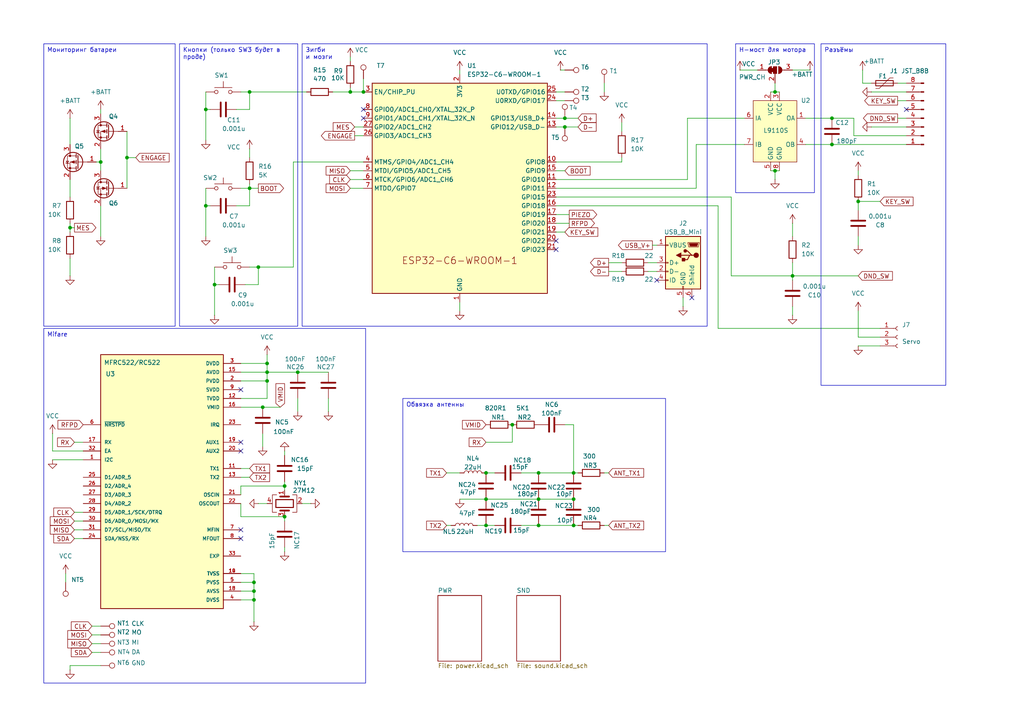
<source format=kicad_sch>
(kicad_sch (version 20250114) (generator "eeschema") (generator_version "9.0")
  (paper "A4")
  (title_block (title "Ornex Z-Lock") (date "2025-06-11") (rev "0.1.0") (company "Ornex") (comment 1 "Корневая страница"))
  (text_box "Мониторинг батареи" (at 12.7 12.7 0) (size 38.1 81.915) (margins 0.9525 0.9525 0.9525 0.9525) (effects (font (size 1.27 1.27)) (justify left top)))
  (text_box "Кнопки (только SW3 будет в проде)" (at 52.07 12.7 0) (size 34.29 81.915) (margins 0.9525 0.9525 0.9525 0.9525) (effects (font (size 1.27 1.27)) (justify left top)))
  (text_box "Mifare" (at 12.7 95.25 0) (size 93.345 102.87) (margins 0.9525 0.9525 0.9525 0.9525) (effects (font (size 1.27 1.27)) (justify left top)))
  (text_box "Н-мост для мотора" (at 213.36 12.7 0) (size 22.86 43.18) (margins 0.9525 0.9525 0.9525 0.9525) (effects (font (size 1.27 1.27)) (justify left top)))
  (text_box "Разъёмы" (at 238.125 12.7 0) (size 36.195 99.06) (margins 0.9525 0.9525 0.9525 0.9525) (effects (font (size 1.27 1.27)) (justify left top)))
  (text_box "Обвязка антенны" (at 116.84 115.57 0) (size 76.2 44.45) (margins 0.9525 0.9525 0.9525 0.9525) (effects (font (size 1.27 1.27)) (justify left top)))
  (text_box "Зигби\nи мозги" (at 87.63 12.7 0) (size 117.475 81.915) (margins 0.9525 0.9525 0.9525 0.9525) (effects (font (size 1.27 1.27)) (justify left top)))
  (junction (at 20.32 66.04))
  (junction (at 166.37 137.16))
  (junction (at 86.36 107.95))
  (junction (at 241.3 41.91))
  (junction (at 248.92 58.42))
  (junction (at 59.69 31.75))
  (junction (at 166.37 144.78))
  (junction (at 156.21 152.4))
  (junction (at 77.47 107.95))
  (junction (at 72.39 54.61))
  (junction (at 73.66 171.45))
  (junction (at 76.2 118.11))
  (junction (at 62.23 82.55))
  (junction (at 140.97 144.78))
  (junction (at 166.37 152.4))
  (junction (at 82.55 140.97))
  (junction (at 156.21 137.16))
  (junction (at 82.55 149.86))
  (junction (at 224.79 49.53))
  (junction (at 140.97 152.4))
  (junction (at 163.83 36.83))
  (junction (at 148.59 123.19))
  (junction (at 156.21 144.78))
  (junction (at 77.47 105.41))
  (junction (at 224.79 26.67))
  (junction (at 77.47 110.49))
  (junction (at 101.6 26.67))
  (junction (at 241.3 34.29))
  (junction (at 29.21 46.99))
  (junction (at 72.39 26.67))
  (junction (at 229.87 80.01))
  (junction (at 140.97 137.16))
  (junction (at 73.66 173.99))
  (junction (at 59.69 59.69))
  (junction (at 105.41 26.67))
  (junction (at 74.93 77.47))
  (junction (at 163.83 34.29))
  (junction (at 73.66 168.91))
  (junction (at 36.83 45.72))
  (no_connect (at 190.5 81.28))
  (no_connect (at 69.85 128.27))
  (no_connect (at 200.66 86.36))
  (no_connect (at 69.85 130.81))
  (no_connect (at 262.89 31.75))
  (no_connect (at 69.85 156.21))
  (no_connect (at 105.41 31.75))
  (no_connect (at 161.29 72.39))
  (no_connect (at 105.41 34.29))
  (no_connect (at 69.85 153.67))
  (no_connect (at 69.85 113.03))
  (no_connect (at 161.29 69.85))
  (wire (pts (xy 21.59 153.67) (xy 24.13 153.67)))
  (wire (pts (xy 82.55 149.86) (xy 82.55 151.13)))
  (wire (pts (xy 151.13 137.16) (xy 156.21 137.16)))
  (wire (pts (xy 26.67 184.15) (xy 29.21 184.15)))
  (wire (pts (xy 20.32 34.29) (xy 20.32 41.91)))
  (wire (pts (xy 71.12 82.55) (xy 74.93 82.55)))
  (wire (pts (xy 260.35 29.21) (xy 262.89 29.21)))
  (wire (pts (xy 73.66 173.99) (xy 69.85 173.99)))
  (wire (pts (xy 248.92 97.79) (xy 255.27 97.79)))
  (wire (pts (xy 69.85 149.86) (xy 82.55 149.86)))
  (wire (pts (xy 161.29 59.69) (xy 208.28 59.69)))
  (wire (pts (xy 101.6 16.51) (xy 101.6 17.78)))
  (wire (pts (xy 72.39 135.89) (xy 69.85 135.89)))
  (wire (pts (xy 29.21 31.75) (xy 29.21 33.02)))
  (wire (pts (xy 69.85 168.91) (xy 73.66 168.91)))
  (wire (pts (xy 21.59 151.13) (xy 24.13 151.13)))
  (wire (pts (xy 29.21 59.69) (xy 29.21 68.58)))
  (wire (pts (xy 36.83 38.1) (xy 36.83 45.72)))
  (wire (pts (xy 201.93 41.91) (xy 215.9 41.91)))
  (wire (pts (xy 260.35 34.29) (xy 262.89 34.29)))
  (wire (pts (xy 77.47 107.95) (xy 86.36 107.95)))
  (wire (pts (xy 241.3 41.91) (xy 262.89 41.91)))
  (wire (pts (xy 156.21 137.16) (xy 166.37 137.16)))
  (wire (pts (xy 101.6 54.61) (xy 105.41 54.61)))
  (wire (pts (xy 96.52 26.67) (xy 101.6 26.67)))
  (wire (pts (xy 198.12 86.36) (xy 198.12 88.9)))
  (wire (pts (xy 224.79 49.53) (xy 224.79 52.07)))
  (wire (pts (xy 229.87 81.28) (xy 229.87 80.01)))
  (wire (pts (xy 82.55 139.7) (xy 82.55 140.97)))
  (wire (pts (xy 59.69 59.69) (xy 59.69 68.58)))
  (wire (pts (xy 161.29 34.29) (xy 163.83 34.29)))
  (wire (pts (xy 161.29 62.23) (xy 165.1 62.23)))
  (wire (pts (xy 76.2 125.73) (xy 76.2 129.54)))
  (wire (pts (xy 68.58 59.69) (xy 72.39 59.69)))
  (wire (pts (xy 69.85 26.67) (xy 72.39 26.67)))
  (wire (pts (xy 163.83 34.29) (xy 167.64 34.29)))
  (wire (pts (xy 223.52 26.67) (xy 224.79 26.67)))
  (wire (pts (xy 151.13 152.4) (xy 156.21 152.4)))
  (wire (pts (xy 73.66 168.91) (xy 73.66 171.45)))
  (wire (pts (xy 69.85 171.45) (xy 73.66 171.45)))
  (wire (pts (xy 76.2 118.11) (xy 81.28 118.11)))
  (wire (pts (xy 229.87 80.01) (xy 248.92 80.01)))
  (wire (pts (xy 20.32 52.07) (xy 20.32 57.15)))
  (wire (pts (xy 140.97 137.16) (xy 143.51 137.16)))
  (wire (pts (xy 161.29 46.99) (xy 180.34 46.99)))
  (wire (pts (xy 176.53 137.16) (xy 175.26 137.16)))
  (wire (pts (xy 59.69 54.61) (xy 59.69 59.69)))
  (wire (pts (xy 15.24 130.81) (xy 24.13 130.81)))
  (wire (pts (xy 163.83 123.19) (xy 166.37 123.19)))
  (wire (pts (xy 161.29 67.31) (xy 163.83 67.31)))
  (wire (pts (xy 72.39 43.18) (xy 72.39 45.72)))
  (wire (pts (xy 82.55 132.08) (xy 82.55 130.81)))
  (wire (pts (xy 19.05 168.91) (xy 19.05 166.37)))
  (wire (pts (xy 233.68 41.91) (xy 241.3 41.91)))
  (wire (pts (xy 101.6 52.07) (xy 105.41 52.07)))
  (wire (pts (xy 199.39 52.07) (xy 161.29 52.07)))
  (wire (pts (xy 224.79 26.67) (xy 226.06 26.67)))
  (wire (pts (xy 69.85 140.97) (xy 82.55 140.97)))
  (wire (pts (xy 26.67 189.23) (xy 29.21 189.23)))
  (wire (pts (xy 140.97 144.78) (xy 156.21 144.78)))
  (wire (pts (xy 260.35 24.13) (xy 262.89 24.13)))
  (wire (pts (xy 72.39 26.67) (xy 88.9 26.67)))
  (wire (pts (xy 62.23 82.55) (xy 62.23 91.44)))
  (wire (pts (xy 72.39 138.43) (xy 69.85 138.43)))
  (wire (pts (xy 77.47 110.49) (xy 77.47 107.95)))
  (wire (pts (xy 201.93 41.91) (xy 201.93 54.61)))
  (wire (pts (xy 20.32 66.04) (xy 20.32 67.31)))
  (wire (pts (xy 73.66 171.45) (xy 73.66 173.99)))
  (wire (pts (xy 21.59 156.21) (xy 24.13 156.21)))
  (wire (pts (xy 85.09 77.47) (xy 74.93 77.47)))
  (wire (pts (xy 77.47 115.57) (xy 77.47 110.49)))
  (wire (pts (xy 148.59 123.19) (xy 148.59 128.27)))
  (wire (pts (xy 95.25 107.95) (xy 86.36 107.95)))
  (wire (pts (xy 29.21 49.53) (xy 29.21 46.99)))
  (wire (pts (xy 69.85 149.86) (xy 69.85 146.05)))
  (wire (pts (xy 223.52 49.53) (xy 224.79 49.53)))
  (wire (pts (xy 101.6 26.67) (xy 105.41 26.67)))
  (wire (pts (xy 214.63 20.32) (xy 219.71 20.32)))
  (wire (pts (xy 59.69 31.75) (xy 59.69 40.64)))
  (wire (pts (xy 161.29 49.53) (xy 163.83 49.53)))
  (wire (pts (xy 248.92 49.53) (xy 248.92 50.8)))
  (wire (pts (xy 26.67 181.61) (xy 29.21 181.61)))
  (wire (pts (xy 133.35 144.78) (xy 140.97 144.78)))
  (wire (pts (xy 74.93 82.55) (xy 74.93 77.47)))
  (wire (pts (xy 102.87 36.83) (xy 105.41 36.83)))
  (wire (pts (xy 133.35 87.63) (xy 133.35 90.17)))
  (wire (pts (xy 248.92 58.42) (xy 248.92 60.96)))
  (wire (pts (xy 73.66 166.37) (xy 73.66 168.91)))
  (wire (pts (xy 21.59 128.27) (xy 24.13 128.27)))
  (wire (pts (xy 176.53 78.74) (xy 180.34 78.74)))
  (wire (pts (xy 102.87 39.37) (xy 105.41 39.37)))
  (wire (pts (xy 36.83 45.72) (xy 36.83 54.61)))
  (wire (pts (xy 138.43 152.4) (xy 140.97 152.4)))
  (wire (pts (xy 77.47 105.41) (xy 77.47 107.95)))
  (wire (pts (xy 95.25 115.57) (xy 95.25 119.38)))
  (wire (pts (xy 212.09 57.15) (xy 212.09 80.01)))
  (wire (pts (xy 199.39 34.29) (xy 215.9 34.29)))
  (wire (pts (xy 77.47 107.95) (xy 69.85 107.95)))
  (wire (pts (xy 72.39 59.69) (xy 72.39 54.61)))
  (wire (pts (xy 208.28 95.25) (xy 255.27 95.25)))
  (wire (pts (xy 77.47 102.87) (xy 77.47 105.41)))
  (wire (pts (xy 187.96 76.2) (xy 190.5 76.2)))
  (wire (pts (xy 90.17 146.05) (xy 87.63 146.05)))
  (wire (pts (xy 161.29 64.77) (xy 165.1 64.77)))
  (wire (pts (xy 224.79 24.13) (xy 224.79 26.67)))
  (wire (pts (xy 161.29 29.21) (xy 163.83 29.21)))
  (wire (pts (xy 229.87 88.9) (xy 229.87 91.44)))
  (wire (pts (xy 21.59 148.59) (xy 24.13 148.59)))
  (wire (pts (xy 59.69 31.75) (xy 60.96 31.75)))
  (wire (pts (xy 20.32 193.04) (xy 20.32 194.31)))
  (wire (pts (xy 73.66 180.34) (xy 73.66 173.99)))
  (wire (pts (xy 129.54 137.16) (xy 133.35 137.16)))
  (wire (pts (xy 250.19 24.13) (xy 250.19 20.32)))
  (wire (pts (xy 82.55 140.97) (xy 82.55 142.24)))
  (wire (pts (xy 208.28 59.69) (xy 208.28 95.25)))
  (wire (pts (xy 166.37 152.4) (xy 167.64 152.4)))
  (wire (pts (xy 85.09 46.99) (xy 85.09 77.47)))
  (wire (pts (xy 59.69 26.67) (xy 59.69 31.75)))
  (wire (pts (xy 189.23 71.12) (xy 190.5 71.12)))
  (wire (pts (xy 69.85 118.11) (xy 76.2 118.11)))
  (wire (pts (xy 252.73 36.83) (xy 262.89 36.83)))
  (wire (pts (xy 176.53 152.4) (xy 175.26 152.4)))
  (wire (pts (xy 250.19 24.13) (xy 252.73 24.13)))
  (wire (pts (xy 105.41 46.99) (xy 85.09 46.99)))
  (wire (pts (xy 105.41 22.86) (xy 105.41 26.67)))
  (wire (pts (xy 69.85 110.49) (xy 77.47 110.49)))
  (wire (pts (xy 201.93 54.61) (xy 161.29 54.61)))
  (wire (pts (xy 82.55 158.75) (xy 82.55 160.02)))
  (wire (pts (xy 163.83 26.67) (xy 161.29 26.67)))
  (wire (pts (xy 101.6 25.4) (xy 101.6 26.67)))
  (wire (pts (xy 187.96 78.74) (xy 190.5 78.74)))
  (wire (pts (xy 133.35 20.32) (xy 133.35 21.59)))
  (wire (pts (xy 255.27 100.33) (xy 248.92 100.33)))
  (wire (pts (xy 224.79 49.53) (xy 226.06 49.53)))
  (wire (pts (xy 72.39 31.75) (xy 72.39 26.67)))
  (wire (pts (xy 15.24 133.35) (xy 24.13 133.35)))
  (wire (pts (xy 26.67 186.69) (xy 29.21 186.69)))
  (wire (pts (xy 140.97 152.4) (xy 143.51 152.4)))
  (wire (pts (xy 248.92 90.17) (xy 248.92 97.79)))
  (wire (pts (xy 248.92 58.42) (xy 255.27 58.42)))
  (wire (pts (xy 59.69 59.69) (xy 60.96 59.69)))
  (wire (pts (xy 248.92 68.58) (xy 248.92 71.12)))
  (wire (pts (xy 180.34 46.99) (xy 180.34 45.72)))
  (wire (pts (xy 180.34 35.56) (xy 180.34 38.1)))
  (wire (pts (xy 20.32 64.77) (xy 20.32 66.04)))
  (wire (pts (xy 86.36 115.57) (xy 86.36 119.38)))
  (wire (pts (xy 212.09 80.01) (xy 229.87 80.01)))
  (wire (pts (xy 156.21 144.78) (xy 166.37 144.78)))
  (wire (pts (xy 72.39 77.47) (xy 74.93 77.47)))
  (wire (pts (xy 163.83 36.83) (xy 161.29 36.83)))
  (wire (pts (xy 161.29 57.15) (xy 212.09 57.15)))
  (wire (pts (xy 166.37 137.16) (xy 167.64 137.16)))
  (wire (pts (xy 229.87 20.32) (xy 234.95 20.32)))
  (wire (pts (xy 62.23 77.47) (xy 62.23 82.55)))
  (wire (pts (xy 69.85 166.37) (xy 73.66 166.37)))
  (wire (pts (xy 247.65 34.29) (xy 247.65 39.37)))
  (wire (pts (xy 69.85 115.57) (xy 77.47 115.57)))
  (wire (pts (xy 20.32 193.04) (xy 29.21 193.04)))
  (wire (pts (xy 156.21 152.4) (xy 166.37 152.4)))
  (wire (pts (xy 68.58 31.75) (xy 72.39 31.75)))
  (wire (pts (xy 62.23 82.55) (xy 63.5 82.55)))
  (wire (pts (xy 199.39 34.29) (xy 199.39 52.07)))
  (wire (pts (xy 229.87 68.58) (xy 229.87 64.77)))
  (wire (pts (xy 229.87 76.2) (xy 229.87 80.01)))
  (wire (pts (xy 77.47 146.05) (xy 74.93 146.05)))
  (wire (pts (xy 241.3 34.29) (xy 247.65 34.29)))
  (wire (pts (xy 69.85 143.51) (xy 69.85 140.97)))
  (wire (pts (xy 247.65 39.37) (xy 262.89 39.37)))
  (wire (pts (xy 233.68 34.29) (xy 241.3 34.29)))
  (wire (pts (xy 72.39 53.34) (xy 72.39 54.61)))
  (wire (pts (xy 36.83 45.72) (xy 39.37 45.72)))
  (wire (pts (xy 69.85 105.41) (xy 77.47 105.41)))
  (wire (pts (xy 72.39 54.61) (xy 74.93 54.61)))
  (wire (pts (xy 162.56 20.32) (xy 163.83 20.32)))
  (wire (pts (xy 130.81 152.4) (xy 129.54 152.4)))
  (wire (pts (xy 252.73 26.67) (xy 262.89 26.67)))
  (wire (pts (xy 140.97 128.27) (xy 148.59 128.27)))
  (wire (pts (xy 69.85 54.61) (xy 72.39 54.61)))
  (wire (pts (xy 163.83 36.83) (xy 167.64 36.83)))
  (wire (pts (xy 29.21 46.99) (xy 27.94 46.99)))
  (wire (pts (xy 175.26 24.13) (xy 175.26 26.67)))
  (wire (pts (xy 15.24 130.81) (xy 15.24 125.73)))
  (wire (pts (xy 101.6 49.53) (xy 105.41 49.53)))
  (wire (pts (xy 176.53 76.2) (xy 180.34 76.2)))
  (wire (pts (xy 20.32 74.93) (xy 20.32 80.01)))
  (wire (pts (xy 166.37 123.19) (xy 166.37 137.16)))
  (wire (pts (xy 20.32 66.04) (xy 21.59 66.04)))
  (wire (pts (xy 29.21 43.18) (xy 29.21 46.99)))
  (global_label "D-" (shape input) (at 167.64 36.83 0) (property "Intersheetrefs" "${INTERSHEET_REFS}" (effects (hide yes))))
  (global_label "RX" (shape input) (at 21.59 128.27 180) (property "Intersheetrefs" "${INTERSHEET_REFS}" (effects (hide yes))))
  (global_label "TX1" (shape input) (at 72.39 135.89 0) (property "Intersheetrefs" "${INTERSHEET_REFS}" (effects (hide yes))))
  (global_label "CLK" (shape input) (at 26.67 181.61 180) (property "Intersheetrefs" "${INTERSHEET_REFS}" (effects (hide yes))))
  (global_label "MISO" (shape input) (at 21.59 153.67 180) (property "Intersheetrefs" "${INTERSHEET_REFS}" (effects (hide yes))))
  (global_label "SDA" (shape input) (at 26.67 189.23 180) (property "Intersheetrefs" "${INTERSHEET_REFS}" (effects (hide yes))))
  (global_label "TX2" (shape input) (at 72.39 138.43 0) (property "Intersheetrefs" "${INTERSHEET_REFS}" (effects (hide yes))))
  (global_label "BOOT" (shape output) (at 74.93 54.61 0) (property "Intersheetrefs" "${INTERSHEET_REFS}" (effects (hide yes))))
  (global_label "MISO" (shape input) (at 101.6 49.53 180) (property "Intersheetrefs" "${INTERSHEET_REFS}" (effects (hide yes))))
  (global_label "MOSI" (shape input) (at 26.67 184.15 180) (property "Intersheetrefs" "${INTERSHEET_REFS}" (effects (hide yes))))
  (global_label "CLK" (shape input) (at 101.6 52.07 180) (property "Intersheetrefs" "${INTERSHEET_REFS}" (effects (hide yes))))
  (global_label "D-" (shape output) (at 176.53 78.74 180) (property "Intersheetrefs" "${INTERSHEET_REFS}" (effects (hide yes))))
  (global_label "DND_SW" (shape input) (at 248.92 80.01 0) (property "Intersheetrefs" "${INTERSHEET_REFS}" (effects (hide yes))))
  (global_label "ENGAGE" (shape input) (at 39.37 45.72 0) (property "Intersheetrefs" "${INTERSHEET_REFS}" (effects (hide yes))))
  (global_label "KEY_SW" (shape input) (at 163.83 67.31 0) (property "Intersheetrefs" "${INTERSHEET_REFS}" (effects (hide yes))))
  (global_label "RX" (shape input) (at 140.97 128.27 180) (property "Intersheetrefs" "${INTERSHEET_REFS}" (effects (hide yes))))
  (global_label "TX1" (shape input) (at 129.54 137.16 180) (property "Intersheetrefs" "${INTERSHEET_REFS}" (effects (hide yes))))
  (global_label "RFPD" (shape input) (at 24.13 123.19 180) (property "Intersheetrefs" "${INTERSHEET_REFS}" (effects (hide yes))))
  (global_label "KEY_SW" (shape output) (at 260.35 29.21 180) (property "Intersheetrefs" "${INTERSHEET_REFS}" (effects (hide yes))))
  (global_label "ANT_TX2" (shape input) (at 176.53 152.4 0) (property "Intersheetrefs" "${INTERSHEET_REFS}" (effects (hide yes))))
  (global_label "D+" (shape input) (at 167.64 34.29 0) (property "Intersheetrefs" "${INTERSHEET_REFS}" (effects (hide yes))))
  (global_label "D+" (shape output) (at 176.53 76.2 180) (property "Intersheetrefs" "${INTERSHEET_REFS}" (effects (hide yes))))
  (global_label "TX2" (shape input) (at 129.54 152.4 180) (property "Intersheetrefs" "${INTERSHEET_REFS}" (effects (hide yes))))
  (global_label "ENGAGE" (shape output) (at 102.87 39.37 180) (property "Intersheetrefs" "${INTERSHEET_REFS}" (effects (hide yes))))
  (global_label "MOSI" (shape input) (at 101.6 54.61 180) (property "Intersheetrefs" "${INTERSHEET_REFS}" (effects (hide yes))))
  (global_label "CLK" (shape input) (at 21.59 148.59 180) (property "Intersheetrefs" "${INTERSHEET_REFS}" (effects (hide yes))))
  (global_label "MISO" (shape input) (at 26.67 186.69 180) (property "Intersheetrefs" "${INTERSHEET_REFS}" (effects (hide yes))))
  (global_label "PIEZO" (shape output) (at 165.1 62.23 0) (property "Intersheetrefs" "${INTERSHEET_REFS}" (effects (hide yes))))
  (global_label "RFPD" (shape output) (at 165.1 64.77 0) (property "Intersheetrefs" "${INTERSHEET_REFS}" (effects (hide yes))))
  (global_label "DND_SW" (shape output) (at 260.35 34.29 180) (property "Intersheetrefs" "${INTERSHEET_REFS}" (effects (hide yes))))
  (global_label "BOOT" (shape input) (at 163.83 49.53 0) (property "Intersheetrefs" "${INTERSHEET_REFS}" (effects (hide yes))))
  (global_label "USB_V+" (shape output) (at 189.23 71.12 180) (property "Intersheetrefs" "${INTERSHEET_REFS}" (effects (hide yes))))
  (global_label "SDA" (shape input) (at 21.59 156.21 180) (property "Intersheetrefs" "${INTERSHEET_REFS}" (effects (hide yes))))
  (global_label "MES" (shape input) (at 102.87 36.83 180) (property "Intersheetrefs" "${INTERSHEET_REFS}" (effects (hide yes))))
  (global_label "MES" (shape output) (at 21.59 66.04 0) (property "Intersheetrefs" "${INTERSHEET_REFS}" (effects (hide yes))))
  (global_label "VMID" (shape input) (at 81.28 118.11 90) (property "Intersheetrefs" "${INTERSHEET_REFS}" (effects (hide yes))))
  (global_label "VMID" (shape input) (at 140.97 123.19 180) (property "Intersheetrefs" "${INTERSHEET_REFS}" (effects (hide yes))))
  (global_label "KEY_SW" (shape input) (at 255.27 58.42 0) (property "Intersheetrefs" "${INTERSHEET_REFS}" (effects (hide yes))))
  (global_label "MOSI" (shape input) (at 21.59 151.13 180) (property "Intersheetrefs" "${INTERSHEET_REFS}" (effects (hide yes))))
  (global_label "ANT_TX1" (shape input) (at 176.53 137.16 0) (property "Intersheetrefs" "${INTERSHEET_REFS}" (effects (hide yes))))
  (symbol (lib_id "power:VCC") (at 248.92 49.53 0) (unit 1)
    (property "Reference" "#PWR06" (effects (hide yes)))
    (property "Value" "VCC" (at 248.92 44.45 0))
    (property "Description" "Power symbol creates a global label with name \"VCC\"" (effects (hide yes)))
  )
  (symbol (lib_id "PCM_Espressif:ESP32-C6-WROOM-1") (at 133.35 54.61 0) (unit 1)
    (property "Reference" "U1" (at 135.4933 19.05 0) (effects (justify left)))
    (property "Value" "ESP32-C6-WROOM-1" (at 135.4933 21.59 0) (effects (justify left)))
    (property "Footprint" "PCM_Espressif:ESP32-C6-WROOM-1" (effects (hide yes)))
    (property "Datasheet" "https://www.espressif.com/sites/default/files/documentation/esp32-c6-wroom-1_wroom-1u_datasheet_en.pdf" (effects (hide yes)))
    (property "Description" "ESP32-C6-WROOM-1/U is a module that supports 2.4 GHz Wi-Fi 6 (802.11 ax), Bluetooth® 5 (LE), Zigbee and Thread (802.15.4)" (effects (hide yes)))
  )
  (symbol (lib_id "Device:R") (at 20.32 71.12 0) (mirror y) (unit 1)
    (property "Reference" "R8" (at 17.78 69.8499 0) (effects (justify left)))
    (property "Value" "10K" (at 17.78 72.3899 0) (effects (justify left)))
    (property "Footprint" "Resistor_SMD:R_0805_2012Metric_Pad1.20x1.40mm_HandSolder" (effects (hide yes)))
    (property "Description" "Resistor" (effects (hide yes)))
  )
  (symbol (lib_id "Connector:TestPoint") (at 163.83 26.67 270) (unit 1)
    (property "Reference" "T2" (at 168.529 25.8353 90) (effects (justify left)))
    (property "Value" "TX" (effects (hide yes)))
    (property "Footprint" "TestPoint:TestPoint_Pad_D1.0mm" (effects (hide yes)))
  )
  (symbol (lib_id "power:GND") (at 248.92 100.33 0) (unit 1)
    (property "Reference" "#PWR011" (effects (hide yes)))
    (property "Value" "GND" (effects (hide yes)))
    (property "Description" "Power symbol creates a global label with name \"GND\" , ground" (effects (hide yes)))
  )
  (symbol (lib_id "OrnexParts:Si2323") (at 31.75 38.1 0) (mirror y) (unit 1)
    (property "Reference" "Q4" (at 34.29 33.782 0) (effects (justify left)))
    (property "Value" "Si2323" (effects (hide yes)))
    (property "Footprint" "Package_TO_SOT_SMD:SOT-23" (effects (hide yes)))
    (property "Datasheet" "http://www.vishay.com/docs/66709/si2319cd.pdf" (effects (hide yes)))
    (property "Description" "-4.4A Id, -40V Vds, P-Channel MOSFET, SOT-23" (effects (hide yes)))
  )
  (symbol (lib_id "power:GND") (at 15.24 133.35 0) (unit 1)
    (property "Reference" "#PWR0111" (effects (hide yes)))
    (property "Value" "GND" (effects (hide yes)))
  )
  (symbol (lib_id "OrnexParts:Si2323") (at 22.86 46.99 0) (mirror y) (unit 1)
    (property "Reference" "Q5" (at 24.384 42.418 0) (effects (justify left)))
    (property "Value" "Si2323" (effects (hide yes)))
    (property "Footprint" "Package_TO_SOT_SMD:SOT-23" (effects (hide yes)))
    (property "Datasheet" "http://www.vishay.com/docs/66709/si2319cd.pdf" (effects (hide yes)))
    (property "Description" "-4.4A Id, -40V Vds, P-Channel MOSFET, SOT-23" (effects (hide yes)))
  )
  (symbol (lib_id "power:+BATT") (at 20.32 34.29 0) (mirror y) (unit 1)
    (property "Reference" "#PWR029" (effects (hide yes)))
    (property "Value" "+BATT" (at 20.32 29.21 0))
    (property "Description" "Power symbol creates a global label with name \"+BATT\"" (effects (hide yes)))
  )
  (symbol (lib_id "power:GND") (at 73.66 180.34 0) (unit 1)
    (property "Reference" "#PWR0109" (effects (hide yes)))
    (property "Value" "GND" (effects (hide yes)))
  )
  (symbol (lib_id "Device:R") (at 144.78 123.19 90) (unit 1)
    (property "Reference" "NR1" (at 144.526 121.031 90))
    (property "Value" "820R1" (at 143.764 118.364 90))
    (property "Footprint" "Resistor_SMD:R_0805_2012Metric_Pad1.20x1.40mm_HandSolder" (effects (hide yes)))
  )
  (symbol (lib_id "power:GND") (at 74.93 146.05 270) (unit 1)
    (property "Reference" "#PWR0105" (effects (hide yes)))
    (property "Value" "GND" (effects (hide yes)))
  )
  (symbol (lib_id "Device:C") (at 166.37 148.59 0) (unit 1)
    (property "Reference" "NC23" (at 160.909 146.685 0) (effects (justify left)))
    (property "Value" "10pF" (at 161.544 150.876 0) (effects (justify left)))
    (property "Footprint" "Capacitor_SMD:C_0805_2012Metric_Pad1.18x1.45mm_HandSolder" (effects (hide yes)))
  )
  (symbol (lib_id "power:+BATT") (at 234.95 20.32 0) (unit 1)
    (property "Reference" "#PWR04" (effects (hide yes)))
    (property "Value" "+BATT" (at 232.664 21.59 0))
    (property "Description" "Power symbol creates a global label with name \"+BATT\"" (effects (hide yes)))
  )
  (symbol (lib_id "power:GND") (at 59.69 68.58 0) (mirror y) (unit 1)
    (property "Reference" "#PWR038" (effects (hide yes)))
    (property "Value" "GND" (effects (hide yes)))
    (property "Description" "Power symbol creates a global label with name \"GND\" , ground" (effects (hide yes)))
  )
  (symbol (lib_id "Device:R") (at 92.71 26.67 90) (unit 1)
    (property "Reference" "R15" (at 92.71 20.32 90))
    (property "Value" "470" (at 92.71 22.86 90))
    (property "Footprint" "Resistor_SMD:R_0805_2012Metric_Pad1.20x1.40mm_HandSolder" (effects (hide yes)))
    (property "Description" "Resistor" (effects (hide yes)))
  )
  (symbol (lib_id "Device:C") (at 166.37 140.97 0) (unit 1)
    (property "Reference" "NC22" (at 158.75 141.351 0) (effects (justify left)))
    (property "Value" "10pF" (at 161.29 143.256 0) (effects (justify left)))
    (property "Footprint" "Capacitor_SMD:C_0805_2012Metric_Pad1.18x1.45mm_HandSolder" (effects (hide yes)))
  )
  (symbol (lib_id "power:VCC") (at 77.47 102.87 0) (unit 1)
    (property "Reference" "#PWR012" (effects (hide yes)))
    (property "Value" "VCC" (at 77.47 97.79 0))
    (property "Description" "Power symbol creates a global label with name \"VCC\"" (effects (hide yes)))
  )
  (symbol (lib_id "Switch:SW_Push") (at 67.31 77.47 0) (unit 1)
    (property "Reference" "SW3" (at 66.802 72.644 0))
    (property "Value" "NT_RST" (effects (hide yes)))
    (property "Footprint" "Button_Switch_SMD:SW_Push_1P1T_XKB_TS-1187A" (effects (hide yes)))
    (property "Description" "Push button switch, generic, two pins" (effects (hide yes)))
  )
  (symbol (lib_id "power:GND") (at 95.25 119.38 0) (unit 1)
    (property "Reference" "#PWR025" (effects (hide yes)))
    (property "Value" "GND" (effects (hide yes)))
    (property "Description" "Power symbol creates a global label with name \"GND\" , ground" (effects (hide yes)))
  )
  (symbol (lib_id "power:GND") (at 82.55 130.81 180) (unit 1)
    (property "Reference" "#PWR0102" (effects (hide yes)))
    (property "Value" "GND" (effects (hide yes)))
  )
  (symbol (lib_id "Device:C") (at 160.02 123.19 90) (unit 1)
    (property "Reference" "NC6" (at 160.02 117.3312 90))
    (property "Value" "100nF" (at 160.02 119.8681 90))
    (property "Footprint" "Capacitor_SMD:C_0805_2012Metric_Pad1.18x1.45mm_HandSolder" (effects (hide yes)))
  )
  (symbol (lib_id "Device:R") (at 180.34 41.91 0) (unit 1)
    (property "Reference" "R17" (at 182.88 40.6399 0) (effects (justify left)))
    (property "Value" "10K" (at 182.88 43.1799 0) (effects (justify left)))
    (property "Footprint" "Resistor_SMD:R_0805_2012Metric_Pad1.20x1.40mm_HandSolder" (effects (hide yes)))
    (property "Description" "Resistor" (effects (hide yes)))
  )
  (symbol (lib_id "Device:C") (at 156.21 148.59 0) (unit 1)
    (property "Reference" "NC21" (at 150.749 146.177 0) (effects (justify left)))
    (property "Value" "180pF" (at 147.955 148.336 0) (effects (justify left)))
    (property "Footprint" "Capacitor_SMD:C_0805_2012Metric_Pad1.18x1.45mm_HandSolder" (effects (hide yes)))
  )
  (symbol (lib_id "Device:R") (at 184.15 78.74 90) (unit 1)
    (property "Reference" "R19" (at 179.324 81.026 90))
    (property "Value" "22" (at 188.214 81.026 90))
    (property "Footprint" "Resistor_SMD:R_0805_2012Metric_Pad1.20x1.40mm_HandSolder" (effects (hide yes)))
    (property "Description" "Resistor" (effects (hide yes)))
  )
  (symbol (lib_id "Connector:Conn_01x08_Pin") (at 267.97 34.29 180) (unit 1)
    (property "Reference" "J1" (at 258.064 20.574 0) (effects (justify right)))
    (property "Value" "JST_B8B" (at 261.366 20.574 0) (effects (justify right)))
    (property "Footprint" "Connector_JST:JST_PH_B8B-PH-SM4-TB_1x08-1MP_P2.00mm_Vertical" (effects (hide yes)))
    (property "Description" "Generic connector, single row, 01x08, script generated" (effects (hide yes)))
  )
  (symbol (lib_id "Device:C") (at 64.77 59.69 90) (unit 1)
    (property "Reference" "C7" (at 67.818 62.7411 90))
    (property "Value" "0.001u" (at 67.818 65.278 90))
    (property "Footprint" "Capacitor_SMD:C_0805_2012Metric_Pad1.18x1.45mm_HandSolder" (effects (hide yes)))
  )
  (symbol (lib_id "Device:R") (at 171.45 137.16 90) (unit 1)
    (property "Reference" "NR3" (at 171.196 135.001 90))
    (property "Value" "300" (at 170.942 132.334 90))
    (property "Footprint" "Resistor_SMD:R_0805_2012Metric_Pad1.20x1.40mm_HandSolder" (effects (hide yes)))
  )
  (symbol (lib_id "Connector:TestPoint") (at 29.21 193.04 270) (unit 1)
    (property "Reference" "NT6" (at 33.909 192.2053 90) (effects (justify left)))
    (property "Value" "GND" (at 38.1 192.278 90) (effects (justify left)))
    (property "Footprint" "TestPoint:TestPoint_Pad_1.0x1.0mm" (effects (hide yes)))
  )
  (symbol (lib_id "Device:C") (at 147.32 137.16 90) (unit 1)
    (property "Reference" "NC18" (at 151.511 133.477 90))
    (property "Value" "15pF" (at 150.876 135.382 90))
    (property "Footprint" "Capacitor_SMD:C_0805_2012Metric_Pad1.18x1.45mm_HandSolder" (effects (hide yes)))
  )
  (symbol (lib_id "Device:C") (at 229.87 85.09 180) (unit 1)
    (property "Reference" "C10" (at 236.22 85.5949 0))
    (property "Value" "0.001u" (at 236.22 83.058 0))
    (property "Footprint" "Capacitor_SMD:C_0805_2012Metric_Pad1.18x1.45mm_HandSolder" (effects (hide yes)))
  )
  (symbol (lib_id "OrnexParts:L9110S") (at 224.79 38.1 0) (unit 1)
    (property "Reference" "U2" (at 233.68 29.1398 0))
    (property "Value" "L9110S" (at 225.044 37.846 0))
    (property "Footprint" "Package_SO:SOP-8_3.9x4.9mm_P1.27mm" (effects (hide yes)))
  )
  (symbol (lib_id "power:+BATT") (at 250.19 20.32 0) (unit 1)
    (property "Reference" "#PWR036" (effects (hide yes)))
    (property "Value" "+BATT" (at 253.492 17.78 0))
    (property "Description" "Power symbol creates a global label with name \"+BATT\"" (effects (hide yes)))
  )
  (symbol (lib_id "power:GND") (at 252.73 36.83 270) (unit 1)
    (property "Reference" "#PWR08" (effects (hide yes)))
    (property "Value" "GND" (effects (hide yes)))
    (property "Description" "Power symbol creates a global label with name \"GND\" , ground" (effects (hide yes)))
  )
  (symbol (lib_id "power:GND") (at 59.69 40.64 0) (mirror y) (unit 1)
    (property "Reference" "#PWR037" (effects (hide yes)))
    (property "Value" "GND" (effects (hide yes)))
    (property "Description" "Power symbol creates a global label with name \"GND\" , ground" (effects (hide yes)))
  )
  (symbol (lib_id "power:VCC") (at 19.05 166.37 0) (unit 1)
    (property "Reference" "#PWR028" (effects (hide yes)))
    (property "Value" "VCC" (at 19.05 161.29 0))
    (property "Description" "Power symbol creates a global label with name \"VCC\"" (effects (hide yes)))
  )
  (symbol (lib_id "power:GND") (at 224.79 52.07 0) (unit 1)
    (property "Reference" "#PWR05" (effects (hide yes)))
    (property "Value" "GND" (effects (hide yes)))
    (property "Description" "Power symbol creates a global label with name \"GND\" , ground" (effects (hide yes)))
  )
  (symbol (lib_id "power:GND") (at 62.23 91.44 0) (mirror y) (unit 1)
    (property "Reference" "#PWR043" (effects (hide yes)))
    (property "Value" "GND" (effects (hide yes)))
    (property "Description" "Power symbol creates a global label with name \"GND\" , ground" (effects (hide yes)))
  )
  (symbol (lib_id "Device:C") (at 67.31 82.55 90) (unit 1)
    (property "Reference" "C9" (at 70.358 85.6011 90))
    (property "Value" "0.001u" (at 70.358 88.138 90))
    (property "Footprint" "Capacitor_SMD:C_0805_2012Metric_Pad1.18x1.45mm_HandSolder" (effects (hide yes)))
  )
  (symbol (lib_id "Device:C") (at 156.21 140.97 0) (unit 1)
    (property "Reference" "NC20" (at 148.59 141.351 0) (effects (justify left)))
    (property "Value" "180pF" (at 149.987 143.256 0) (effects (justify left)))
    (property "Footprint" "Capacitor_SMD:C_0805_2012Metric_Pad1.18x1.45mm_HandSolder" (effects (hide yes)))
  )
  (symbol (lib_id "Connector:TestPoint") (at 163.83 36.83 180) (unit 1)
    (property "Reference" "T5" (at 162.306 39.878 0) (effects (justify left)))
    (property "Value" "D-" (effects (hide yes)))
    (property "Footprint" "TestPoint:TestPoint_THTPad_D1.0mm_Drill0.5mm" (effects (hide yes)))
  )
  (symbol (lib_id "Connector:TestPoint") (at 175.26 24.13 0) (unit 1)
    (property "Reference" "T1" (at 176.784 20.574 0) (effects (justify left)))
    (property "Value" "GND" (effects (hide yes)))
    (property "Footprint" "TestPoint:TestPoint_THTPad_D1.0mm_Drill0.5mm" (effects (hide yes)))
  )
  (symbol (lib_id "Device:R") (at 229.87 72.39 0) (unit 1)
    (property "Reference" "R2" (at 232.41 71.1199 0) (effects (justify left)))
    (property "Value" "10K" (at 232.41 73.6599 0) (effects (justify left)))
    (property "Footprint" "Resistor_SMD:R_0805_2012Metric_Pad1.20x1.40mm_HandSolder" (effects (hide yes)))
    (property "Description" "Resistor" (effects (hide yes)))
  )
  (symbol (lib_id "Transistor_FET:AO3400A") (at 31.75 54.61 0) (mirror y) (unit 1)
    (property "Reference" "Q6" (at 34.29 58.928 0) (effects (justify left)))
    (property "Value" "AO3400A" (effects (hide yes)))
    (property "Footprint" "Package_TO_SOT_SMD:SOT-23" (effects (hide yes)))
    (property "Datasheet" "http://www.aosmd.com/pdfs/datasheet/AO3400A.pdf" (effects (hide yes)))
    (property "Description" "30V Vds, 5.7A Id, N-Channel MOSFET, SOT-23" (effects (hide yes)))
  )
  (symbol (lib_id "power:GND") (at 252.73 26.67 270) (unit 1)
    (property "Reference" "#PWR013" (effects (hide yes)))
    (property "Value" "GND" (effects (hide yes)))
    (property "Description" "Power symbol creates a global label with name \"GND\" , ground" (effects (hide yes)))
  )
  (symbol (lib_id "Device:C") (at 147.32 152.4 90) (unit 1)
    (property "Reference" "NC19" (at 143.129 154.051 90))
    (property "Value" "15pF" (at 151.257 153.797 90))
    (property "Footprint" "Capacitor_SMD:C_0805_2012Metric_Pad1.18x1.45mm_HandSolder" (effects (hide yes)))
  )
  (symbol (lib_id "Connector:USB_B_Mini") (at 198.12 76.2 0) (mirror y) (unit 1)
    (property "Reference" "J2" (at 198.12 64.77 0))
    (property "Value" "USB_B_Mini" (at 198.12 67.31 0))
    (property "Footprint" "Connector_USB:USB_Mini-B_Wuerth_65100516121_Horizontal" (effects (hide yes)))
    (property "Description" "USB Mini Type B connector" (effects (hide yes)))
  )
  (symbol (lib_id "Device:C") (at 241.3 38.1 0) (unit 1)
    (property "Reference" "C12" (at 242.316 35.56 0) (effects (justify left)))
    (property "Value" "180pF" (at 242.57 40.894 0) (effects (justify left)))
    (property "Footprint" "Capacitor_SMD:C_0805_2012Metric_Pad1.18x1.45mm_HandSolder" (effects (hide yes)))
  )
  (symbol (lib_id "Device:R") (at 152.4 123.19 90) (unit 1)
    (property "Reference" "NR2" (at 152.146 121.031 90))
    (property "Value" "5K1" (at 151.638 118.364 90))
    (property "Footprint" "Resistor_SMD:R_0805_2012Metric_Pad1.20x1.40mm_HandSolder" (effects (hide yes)))
  )
  (symbol (lib_id "Connector:TestPoint") (at 29.21 181.61 270) (unit 1)
    (property "Reference" "NT1" (at 33.909 180.7753 90) (effects (justify left)))
    (property "Value" "CLK" (at 38.1 180.848 90) (effects (justify left)))
    (property "Footprint" "TestPoint:TestPoint_Pad_1.0x1.0mm" (effects (hide yes)))
  )
  (symbol (lib_id "Connector:TestPoint") (at 29.21 186.69 270) (unit 1)
    (property "Reference" "NT3" (at 33.909 186.309 90) (effects (justify left)))
    (property "Value" "MI" (at 38.1 186.309 90) (effects (justify left)))
    (property "Footprint" "TestPoint:TestPoint_Pad_1.0x1.0mm" (effects (hide yes)))
  )
  (symbol (lib_id "Device:C") (at 86.36 111.76 180) (unit 1)
    (property "Reference" "NC26" (at 83.058 106.426 0) (effects (justify right)))
    (property "Value" "100nF" (at 82.55 104.14 0) (effects (justify right)))
    (property "Footprint" "Capacitor_SMD:C_0805_2012Metric_Pad1.18x1.45mm_HandSolder" (effects (hide yes)))
  )
  (symbol (lib_id "Device:R") (at 20.32 60.96 0) (mirror y) (unit 1)
    (property "Reference" "R7" (at 17.78 59.6899 0) (effects (justify left)))
    (property "Value" "10K" (at 17.78 62.2299 0) (effects (justify left)))
    (property "Footprint" "Resistor_SMD:R_0805_2012Metric_Pad1.20x1.40mm_HandSolder" (effects (hide yes)))
    (property "Description" "Resistor" (effects (hide yes)))
  )
  (symbol (lib_id "power:VCC") (at 214.63 20.32 0) (unit 1)
    (property "Reference" "#PWR024" (effects (hide yes)))
    (property "Value" "VCC" (at 217.17 18.542 0))
    (property "Description" "Power symbol creates a global label with name \"VCC\"" (effects (hide yes)))
  )
  (symbol (lib_id "Connector:TestPoint") (at 29.21 189.23 270) (unit 1)
    (property "Reference" "NT4" (at 34.036 189.103 90) (effects (justify left)))
    (property "Value" "DA" (at 38.1 189.103 90) (effects (justify left)))
    (property "Footprint" "TestPoint:TestPoint_Pad_1.0x1.0mm" (effects (hide yes)))
  )
  (symbol (lib_id "Device:Polyfuse") (at 256.54 24.13 90) (unit 1)
    (property "Reference" "F1" (at 256.032 22.098 90))
    (property "Value" "Polyfuse" (effects (hide yes)))
    (property "Footprint" "Fuse:Fuse_1206_3216Metric_Pad1.42x1.75mm_HandSolder" (effects (hide yes)))
    (property "Datasheet" "https://www.chipdip.ru/product0/8028849572" (effects (hide yes)))
    (property "Description" "Resettable fuse, polymeric positive temperature coefficient" (effects (hide yes)))
  )
  (symbol (lib_id "power:GND") (at 20.32 194.31 0) (unit 1)
    (property "Reference" "#PWR0112" (effects (hide yes)))
    (property "Value" "GND" (effects (hide yes)))
  )
  (symbol (lib_id "Switch:SW_Push") (at 64.77 26.67 0) (unit 1)
    (property "Reference" "SW1" (at 64.262 21.844 0))
    (property "Value" "RST" (effects (hide yes)))
    (property "Footprint" "Button_Switch_SMD:SW_Push_1P1T_XKB_TS-1187A" (effects (hide yes)))
    (property "Description" "Push button switch, generic, two pins" (effects (hide yes)))
  )
  (symbol (lib_id "Connector:TestPoint") (at 163.83 20.32 270) (unit 1)
    (property "Reference" "T6" (at 168.529 19.4853 90) (effects (justify left)))
    (property "Value" "TX" (effects (hide yes)))
    (property "Footprint" "TestPoint:TestPoint_THTPad_D1.0mm_Drill0.5mm" (effects (hide yes)))
  )
  (symbol (lib_id "power:GND") (at 76.2 129.54 0) (unit 1)
    (property "Reference" "#PWR0101" (effects (hide yes)))
    (property "Value" "GND" (effects (hide yes)))
  )
  (symbol (lib_id "Connector:Conn_01x03_Socket") (at 260.35 97.79 0) (unit 1)
    (property "Reference" "J7" (at 261.62 94.234 0) (effects (justify left)))
    (property "Value" "Servo" (at 261.62 99.0599 0) (effects (justify left)))
    (property "Footprint" "Connector_Molex:Molex_PicoBlade_53398-0371_1x03-1MP_P1.25mm_Vertical" (effects (hide yes)))
    (property "Description" "Generic connector, single row, 01x03, script generated" (effects (hide yes)))
  )
  (symbol (lib_id "Connector:TestPoint") (at 163.83 29.21 270) (unit 1)
    (property "Reference" "T3" (at 168.529 28.3753 90) (effects (justify left)))
    (property "Value" "RX" (effects (hide yes)))
    (property "Footprint" "TestPoint:TestPoint_Pad_D1.0mm" (effects (hide yes)))
  )
  (symbol (lib_id "power:VCC") (at 180.34 35.56 0) (unit 1)
    (property "Reference" "#PWR042" (effects (hide yes)))
    (property "Value" "VCC" (at 180.34 30.48 0))
    (property "Description" "Power symbol creates a global label with name \"VCC\"" (effects (hide yes)))
  )
  (symbol (lib_id "Jumper:SolderJumper_3_Bridged12") (at 224.79 20.32 0) (unit 1) (in_bom no)
    (property "Reference" "JP3" (at 224.536 18.034 0))
    (property "Value" "PWR_CH" (at 218.186 22.352 0))
    (property "Footprint" "Jumper:SolderJumper-3_P1.3mm_Bridged12_RoundedPad1.0x1.5mm" (effects (hide yes)))
    (property "Description" "3-pole Solder Jumper, pins 1+2 closed/bridged" (effects (hide yes)))
  )
  (symbol (lib_id "Device:C") (at 82.55 154.94 0) (unit 1)
    (property "Reference" "NC17" (at 86.106 156.718 90))
    (property "Value" "15pF" (at 78.867 156.845 90))
    (property "Footprint" "Capacitor_SMD:C_0805_2012Metric_Pad1.18x1.45mm_HandSolder" (effects (hide yes)))
  )
  (symbol (lib_id "power:GND") (at 248.92 71.12 0) (unit 1)
    (property "Reference" "#PWR039" (effects (hide yes)))
    (property "Value" "GND" (effects (hide yes)))
    (property "Description" "Power symbol creates a global label with name \"GND\" , ground" (effects (hide yes)))
  )
  (symbol (lib_id "power:GND") (at 175.26 26.67 0) (unit 1)
    (property "Reference" "#PWR034" (effects (hide yes)))
    (property "Value" "GND" (effects (hide yes)))
    (property "Description" "Power symbol creates a global label with name \"GND\" , ground" (effects (hide yes)))
  )
  (symbol (lib_id "Device:R") (at 171.45 152.4 90) (unit 1)
    (property "Reference" "NR4" (at 171.196 150.241 90))
    (property "Value" "300" (at 172.212 147.828 90))
    (property "Footprint" "Resistor_SMD:R_0805_2012Metric_Pad1.20x1.40mm_HandSolder" (effects (hide yes)))
  )
  (symbol (lib_id "power:GND") (at 86.36 119.38 0) (unit 1)
    (property "Reference" "#PWR026" (effects (hide yes)))
    (property "Value" "GND" (effects (hide yes)))
    (property "Description" "Power symbol creates a global label with name \"GND\" , ground" (effects (hide yes)))
  )
  (symbol (lib_id "Device:R") (at 248.92 54.61 0) (unit 1)
    (property "Reference" "R1" (at 251.46 53.3399 0) (effects (justify left)))
    (property "Value" "10K" (at 251.46 55.8799 0) (effects (justify left)))
    (property "Footprint" "Resistor_SMD:R_0805_2012Metric_Pad1.20x1.40mm_HandSolder" (effects (hide yes)))
    (property "Description" "Resistor" (effects (hide yes)))
  )
  (symbol (lib_id "Device:C") (at 82.55 135.89 180) (unit 1)
    (property "Reference" "NC16" (at 84.328 133.35 0) (effects (justify right)))
    (property "Value" "15pF" (at 86.106 135.89 0) (effects (justify right)))
    (property "Footprint" "Capacitor_SMD:C_0805_2012Metric_Pad1.18x1.45mm_HandSolder" (effects (hide yes)))
  )
  (symbol (lib_id "power:+BATT") (at 29.21 31.75 0) (mirror y) (unit 1)
    (property "Reference" "#PWR031" (effects (hide yes)))
    (property "Value" "+BATT" (at 29.21 26.67 0))
    (property "Description" "Power symbol creates a global label with name \"+BATT\"" (effects (hide yes)))
  )
  (symbol (lib_id "Connector:TestPoint") (at 105.41 22.86 0) (unit 1)
    (property "Reference" "T7" (at 109.22 19.05 0) (effects (justify left)))
    (property "Value" "RES" (effects (hide yes)))
    (property "Footprint" "TestPoint:TestPoint_Pad_1.0x1.0mm" (effects (hide yes)))
  )
  (symbol (lib_id "power:VCC") (at 72.39 43.18 0) (unit 1)
    (property "Reference" "#PWR041" (effects (hide yes)))
    (property "Value" "VCC" (at 67.818 42.672 0))
    (property "Description" "Power symbol creates a global label with name \"VCC\"" (effects (hide yes)))
  )
  (symbol (lib_id "power:GND") (at 20.32 80.01 0) (mirror y) (unit 1)
    (property "Reference" "#PWR030" (effects (hide yes)))
    (property "Value" "GND" (effects (hide yes)))
    (property "Description" "Power symbol creates a global label with name \"GND\" , ground" (effects (hide yes)))
  )
  (symbol (lib_id "RFID:MFRC522{brace}slash}RC522") (at 46.99 138.43 0) (unit 1)
    (property "Reference" "U3" (at 32.004 108.458 0))
    (property "Value" "MFRC522{slash}RC522" (at 38.354 105.156 0))
    (property "Footprint" "Package_DFN_QFN:HVQFN-32-1EP_5x5mm_P0.5mm_EP3.1x3.1mm" (effects (hide yes)))
    (property "B_MIN" "0.18" (effects (hide yes)))
    (property "PIN_COUNT_E" "8.0" (effects (hide yes)))
    (property "L_NOM" "0.4" (effects (hide yes)))
    (property "B_MAX" "0.3" (effects (hide yes)))
    (property "E_NOM" "5.0" (effects (hide yes)))
    (property "MAXIMUM_PACKAGE_HEIGHT" "1.0 mm" (effects (hide yes)))
    (property "STANDARD" "IPC 7351B" (effects (hide yes)))
    (property "ENOM" "0.5" (effects (hide yes)))
    (property "E_MAX" "5.1" (effects (hide yes)))
    (property "E_MIN" "4.9" (effects (hide yes)))
    (property "B_NOM" "0.24" (effects (hide yes)))
    (property "D_NOM" "5.0" (effects (hide yes)))
    (property "D_MIN" "4.9" (effects (hide yes)))
    (property "D_MAX" "5.1" (effects (hide yes)))
    (property "E2_NOM" "3.1" (effects (hide yes)))
    (property "PIN_COUNT_D" "8.0" (effects (hide yes)))
    (property "D2_NOM" "3.1" (effects (hide yes)))
    (property "L_MIN" "0.3" (effects (hide yes)))
    (property "MANUFACTURER" "NXP" (effects (hide yes)))
    (property "L_MAX" "0.5" (effects (hide yes)))
    (property "PARTREV" "3.9" (effects (hide yes)))
  )
  (symbol (lib_id "Device:R") (at 72.39 49.53 0) (unit 1)
    (property "Reference" "R16" (at 74.93 48.2599 0) (effects (justify left)))
    (property "Value" "5K" (at 74.93 50.7999 0) (effects (justify left)))
    (property "Footprint" "Resistor_SMD:R_0805_2012Metric_Pad1.20x1.40mm_HandSolder" (effects (hide yes)))
    (property "Description" "Resistor" (effects (hide yes)))
  )
  (symbol (lib_id "power:VCC") (at 133.35 20.32 0) (unit 1)
    (property "Reference" "#PWR03" (effects (hide yes)))
    (property "Value" "VCC" (at 133.35 15.24 0))
    (property "Description" "Power symbol creates a global label with name \"VCC\"" (effects (hide yes)))
  )
  (symbol (lib_id "Device:C") (at 76.2 121.92 0) (unit 1)
    (property "Reference" "NC5" (at 79.756 122.428 0) (effects (justify left)))
    (property "Value" "100nF" (at 79.248 125.222 0) (effects (justify left)))
    (property "Footprint" "Capacitor_SMD:C_0805_2012Metric_Pad1.18x1.45mm_HandSolder" (effects (hide yes)))
  )
  (symbol (lib_id "Device:C") (at 140.97 148.59 0) (unit 1)
    (property "Reference" "NC25" (at 142.24 146.558 0) (effects (justify left)))
    (property "Value" "47pF" (at 133.096 148.844 0) (effects (justify left)))
    (property "Footprint" "Capacitor_SMD:C_0805_2012Metric_Pad1.18x1.45mm_HandSolder" (effects (hide yes)))
  )
  (symbol (lib_id "Connector:TestPoint") (at 19.05 168.91 180) (unit 1)
    (property "Reference" "NT5" (at 24.384 168.148 0) (effects (justify left)))
    (property "Value" "3V3" (effects (hide yes)))
    (property "Footprint" "TestPoint:TestPoint_Pad_1.0x1.0mm" (effects (hide yes)))
  )
  (symbol (lib_id "Device:R") (at 184.15 76.2 90) (unit 1)
    (property "Reference" "R18" (at 179.324 74.168 90))
    (property "Value" "22" (at 188.214 74.168 90))
    (property "Footprint" "Resistor_SMD:R_0805_2012Metric_Pad1.20x1.40mm_HandSolder" (effects (hide yes)))
    (property "Description" "Resistor" (effects (hide yes)))
  )
  (symbol (lib_id "Switch:SW_Push") (at 64.77 54.61 0) (unit 1)
    (property "Reference" "SW2" (at 60.96 51.562 0))
    (property "Value" "BOOT" (effects (hide yes)))
    (property "Footprint" "Button_Switch_SMD:SW_Push_1P1T_XKB_TS-1187A" (effects (hide yes)))
    (property "Description" "Push button switch, generic, two pins" (effects (hide yes)))
  )
  (symbol (lib_id "Device:C") (at 95.25 111.76 0) (unit 1)
    (property "Reference" "NC27" (at 94.488 106.426 0))
    (property "Value" "100nF" (at 94.488 104.14 0))
    (property "Footprint" "Capacitor_SMD:C_0805_2012Metric_Pad1.18x1.45mm_HandSolder" (effects (hide yes)))
  )
  (symbol (lib_id "power:VCC") (at 248.92 90.17 0) (unit 1)
    (property "Reference" "#PWR010" (effects (hide yes)))
    (property "Value" "VCC" (at 248.92 85.09 0))
    (property "Description" "Power symbol creates a global label with name \"VCC\"" (effects (hide yes)))
  )
  (symbol (lib_id "power:GND") (at 90.17 146.05 90) (unit 1)
    (property "Reference" "#PWR0104" (effects (hide yes)))
    (property "Value" "GND" (effects (hide yes)))
  )
  (symbol (lib_id "power:GND") (at 198.12 88.9 0) (unit 1)
    (property "Reference" "#PWR040" (effects (hide yes)))
    (property "Value" "GND" (effects (hide yes)))
    (property "Description" "Power symbol creates a global label with name \"GND\" , ground" (effects (hide yes)))
  )
  (symbol (lib_id "power:GND") (at 133.35 144.78 0) (unit 1)
    (property "Reference" "#PWR0103" (effects (hide yes)))
    (property "Value" "GND" (effects (hide yes)))
  )
  (symbol (lib_id "Device:C") (at 64.77 31.75 90) (unit 1)
    (property "Reference" "C11" (at 67.818 34.8011 90))
    (property "Value" "0.001u" (at 67.818 37.338 90))
    (property "Footprint" "Capacitor_SMD:C_0805_2012Metric_Pad1.18x1.45mm_HandSolder" (effects (hide yes)))
  )
  (symbol (lib_id "Device:L") (at 134.62 152.4 90) (unit 1)
    (property "Reference" "NL5" (at 130.302 154.178 90))
    (property "Value" "22uH" (at 134.874 154.178 90))
    (property "Footprint" "Inductor_SMD:L_0805_2012Metric_Pad1.15x1.40mm_HandSolder" (effects (hide yes)))
  )
  (symbol (lib_id "power:GND") (at 29.21 68.58 0) (mirror y) (unit 1)
    (property "Reference" "#PWR032" (effects (hide yes)))
    (property "Value" "GND" (effects (hide yes)))
    (property "Description" "Power symbol creates a global label with name \"GND\" , ground" (effects (hide yes)))
  )
  (symbol (lib_id "Device:C") (at 248.92 64.77 180) (unit 1)
    (property "Reference" "C8" (at 255.27 65.2749 0))
    (property "Value" "0.001u" (at 255.27 62.738 0))
    (property "Footprint" "Capacitor_SMD:C_0805_2012Metric_Pad1.18x1.45mm_HandSolder" (effects (hide yes)))
  )
  (symbol (lib_id "Device:R") (at 101.6 21.59 0) (unit 1)
    (property "Reference" "R9" (at 96.774 20.574 0) (effects (justify left)))
    (property "Value" "10K" (at 96.012 22.606 0) (effects (justify left)))
    (property "Footprint" "Resistor_SMD:R_0805_2012Metric_Pad1.20x1.40mm_HandSolder" (effects (hide yes)))
    (property "Description" "Resistor" (effects (hide yes)))
  )
  (symbol (lib_id "Device:L") (at 137.16 137.16 90) (unit 1)
    (property "Reference" "NL4" (at 137.16 132.9522 90))
    (property "Value" "22uH" (at 137.16 135.4891 90))
    (property "Footprint" "Inductor_SMD:L_0805_2012Metric_Pad1.15x1.40mm_HandSolder" (effects (hide yes)))
  )
  (symbol (lib_id "power:GND") (at 133.35 90.17 0) (unit 1)
    (property "Reference" "#PWR01" (effects (hide yes)))
    (property "Value" "GND" (effects (hide yes)))
    (property "Description" "Power symbol creates a global label with name \"GND\" , ground" (effects (hide yes)))
  )
  (symbol (lib_id "power:VCC") (at 101.6 16.51 0) (unit 1)
    (property "Reference" "#PWR09" (effects (hide yes)))
    (property "Value" "VCC" (at 104.902 14.478 0))
    (property "Description" "Power symbol creates a global label with name \"VCC\"" (effects (hide yes)))
  )
  (symbol (lib_id "power:VCC") (at 162.56 20.32 0) (unit 1)
    (property "Reference" "#PWR035" (effects (hide yes)))
    (property "Value" "VCC" (at 162.56 15.24 0))
    (property "Description" "Power symbol creates a global label with name \"VCC\"" (effects (hide yes)))
  )
  (symbol (lib_id "Connector:TestPoint") (at 29.21 184.15 270) (unit 1)
    (property "Reference" "NT2" (at 33.909 183.3153 90) (effects (justify left)))
    (property "Value" "MO" (at 38.1 183.388 90) (effects (justify left)))
    (property "Footprint" "TestPoint:TestPoint_Pad_1.0x1.0mm" (effects (hide yes)))
  )
  (symbol (lib_id "power:GND") (at 82.55 160.02 0) (unit 1)
    (property "Reference" "#PWR0108" (effects (hide yes)))
    (property "Value" "GND" (effects (hide yes)))
  )
  (symbol (lib_id "power:VCC") (at 15.24 125.73 0) (unit 1)
    (property "Reference" "#PWR027" (effects (hide yes)))
    (property "Value" "VCC" (at 15.24 120.65 0))
    (property "Description" "Power symbol creates a global label with name \"VCC\"" (effects (hide yes)))
  )
  (symbol (lib_id "Device:Crystal_GND24") (at 82.55 146.05 270) (unit 1)
    (property "Reference" "NY1" (at 87.122 140.081 90))
    (property "Value" "27M12" (at 88.138 142.24 90))
    (property "Footprint" "Crystal:Crystal_SMD_3225-4Pin_3.2x2.5mm_HandSoldering" (effects (hide yes)))
  )
  (symbol (lib_id "power:VCC") (at 229.87 64.77 0) (unit 1)
    (property "Reference" "#PWR07" (effects (hide yes)))
    (property "Value" "VCC" (at 229.87 59.69 0))
    (property "Description" "Power symbol creates a global label with name \"VCC\"" (effects (hide yes)))
  )
  (symbol (lib_id "Device:C") (at 140.97 140.97 0) (unit 1)
    (property "Reference" "NC24" (at 132.842 140.589 0) (effects (justify left)))
    (property "Value" "47pF" (at 133.35 142.748 0) (effects (justify left)))
    (property "Footprint" "Capacitor_SMD:C_0805_2012Metric_Pad1.18x1.45mm_HandSolder" (effects (hide yes)))
  )
  (symbol (lib_id "power:GND") (at 229.87 91.44 0) (unit 1)
    (property "Reference" "#PWR044" (effects (hide yes)))
    (property "Value" "GND" (effects (hide yes)))
    (property "Description" "Power symbol creates a global label with name \"GND\" , ground" (effects (hide yes)))
  )
  (symbol (lib_id "Connector:TestPoint") (at 163.83 34.29 0) (unit 1)
    (property "Reference" "T4" (at 165.1 31.242 0) (effects (justify left)))
    (property "Value" "D+" (effects (hide yes)))
    (property "Footprint" "TestPoint:TestPoint_THTPad_D1.0mm_Drill0.5mm" (effects (hide yes)))
  )
  (sheet (at 127 172.72) (size 12.7 19.05) (stroke (width 0.1524))
    (property "Sheetname" "PWR" (at 127 172.0084 0) (effects (justify left bottom)))
    (property "Sheetfile" "power.kicad_sch" (at 127 192.3546 0) (effects (justify left top)))
  )
  (sheet (at 149.86 172.72) (size 12.7 19.05) (stroke (width 0.1524))
    (property "Sheetname" "SND" (at 149.86 172.0084 0) (effects (justify left bottom)))
    (property "Sheetfile" "sound.kicad_sch" (at 149.86 192.3546 0) (effects (justify left top)))
  )
)
</source>
